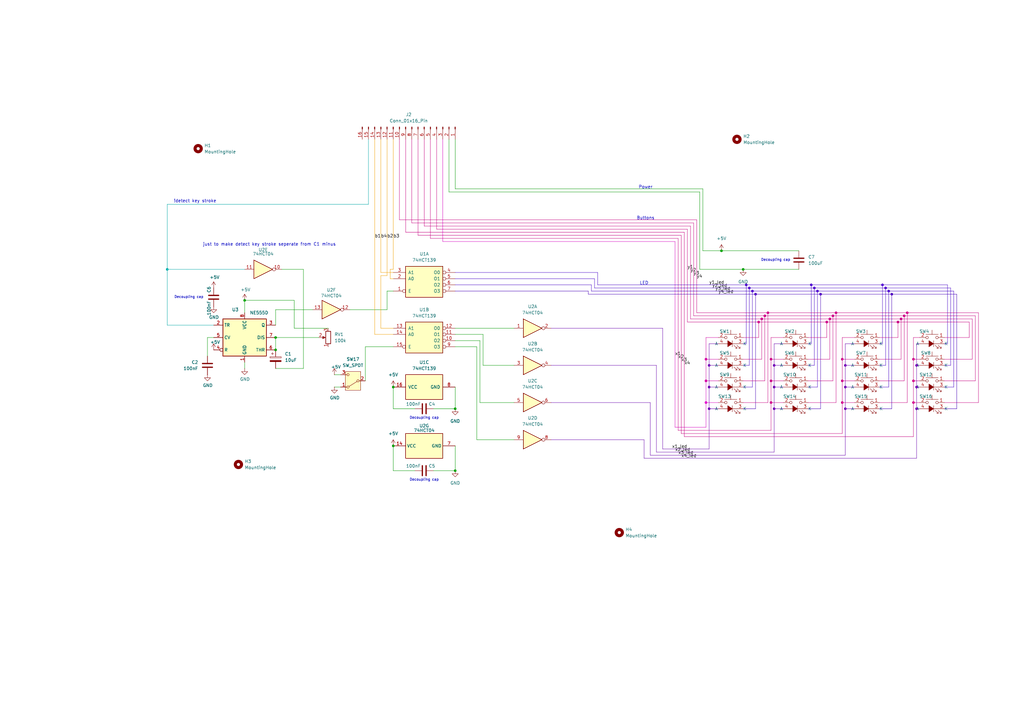
<source format=kicad_sch>
(kicad_sch (version 20250114) (generator "eeschema") (generator_version "9.0")
  (paper "A3")
  (lib_symbols
    (symbol "74xx:74HCT04"
      (property "Reference" "U" (at 0 1.27 0))
      (property "Value" "74HCT04" (at 0 -1.27 0))
      (symbol "74HCT04_1_0"
        (pin input line (at -7.62 0 0) (length 3.81) (name "~") (number "1"))
        (pin output inverted (at 7.62 0 180) (length 3.81) (name "~") (number "2"))
      )
      (symbol "74HCT04_2_0"
        (pin input line (at -7.62 0 0) (length 3.81) (name "~") (number "3"))
        (pin output inverted (at 7.62 0 180) (length 3.81) (name "~") (number "4"))
      )
      (symbol "74HCT04_3_0"
        (pin input line (at -7.62 0 0) (length 3.81) (name "~") (number "5"))
        (pin output inverted (at 7.62 0 180) (length 3.81) (name "~") (number "6"))
      )
      (symbol "74HCT04_4_0"
        (pin input line (at -7.62 0 0) (length 3.81) (name "~") (number "9"))
        (pin output inverted (at 7.62 0 180) (length 3.81) (name "~") (number "8"))
      )
      (symbol "74HCT04_5_0"
        (pin input line (at -7.62 0 0) (length 3.81) (name "~") (number "11"))
        (pin output inverted (at 7.62 0 180) (length 3.81) (name "~") (number "10"))
      )
      (symbol "74HCT04_6_0"
        (pin input line (at -7.62 0 0) (length 3.81) (name "~") (number "13"))
        (pin output inverted (at 7.62 0 180) (length 3.81) (name "~") (number "12"))
      )
      (symbol "74HCT04_7_0"
        (pin power_in line (at 0 12.7 270) (length 5.08) (name "VCC") (number "14"))
        (pin power_in line (at 0 -12.7 90) (length 5.08) (name "GND") (number "7"))
      )
    )
    (symbol "74xx:74LS04"
      (property "Reference" "U" (at 0 1.27 0))
      (property "Value" "74LS04" (at 0 -1.27 0))
      (symbol "74LS04_1_0"
        (pin input line (at -7.62 0 0) (length 3.81) (name "~") (number "1"))
        (pin output inverted (at 7.62 0 180) (length 3.81) (name "~") (number "2"))
      )
      (symbol "74LS04_2_0"
        (pin input line (at -7.62 0 0) (length 3.81) (name "~") (number "3"))
        (pin output inverted (at 7.62 0 180) (length 3.81) (name "~") (number "4"))
      )
      (symbol "74LS04_3_0"
        (pin input line (at -7.62 0 0) (length 3.81) (name "~") (number "5"))
        (pin output inverted (at 7.62 0 180) (length 3.81) (name "~") (number "6"))
      )
      (symbol "74LS04_4_0"
        (pin input line (at -7.62 0 0) (length 3.81) (name "~") (number "9"))
        (pin output inverted (at 7.62 0 180) (length 3.81) (name "~") (number "8"))
      )
      (symbol "74LS04_5_0"
        (pin input line (at -7.62 0 0) (length 3.81) (name "~") (number "11"))
        (pin output inverted (at 7.62 0 180) (length 3.81) (name "~") (number "10"))
      )
      (symbol "74LS04_6_0"
        (pin input line (at -7.62 0 0) (length 3.81) (name "~") (number "13"))
        (pin output inverted (at 7.62 0 180) (length 3.81) (name "~") (number "12"))
      )
      (symbol "74LS04_7_0"
        (pin power_in line (at 0 12.7 270) (length 5.08) (name "VCC") (number "14"))
        (pin power_in line (at 0 -12.7 90) (length 5.08) (name "GND") (number "7"))
      )
    )
    (symbol "74xx:74LS139" (pin_names (offset 1.016))
      (property "Reference" "U" (at -7.62 8.89 0))
      (property "Value" "74LS139" (at -7.62 -8.89 0))
      (symbol "74LS139_1_0"
        (pin input line (at -12.7 2.54 0) (length 5.08) (name "A1") (number "3"))
        (pin input line (at -12.7 0 0) (length 5.08) (name "A0") (number "2"))
        (pin input inverted (at -12.7 -5.08 0) (length 5.08) (name "E") (number "1"))
        (pin output inverted (at 12.7 2.54 180) (length 5.08) (name "O0") (number "4"))
        (pin output inverted (at 12.7 0 180) (length 5.08) (name "O1") (number "5"))
        (pin output inverted (at 12.7 -2.54 180) (length 5.08) (name "O2") (number "6"))
        (pin output inverted (at 12.7 -5.08 180) (length 5.08) (name "O3") (number "7"))
      )
      (symbol "74LS139_2_0"
        (pin input line (at -12.7 2.54 0) (length 5.08) (name "A1") (number "13"))
        (pin input line (at -12.7 0 0) (length 5.08) (name "A0") (number "14"))
        (pin input inverted (at -12.7 -5.08 0) (length 5.08) (name "E") (number "15"))
        (pin output inverted (at 12.7 2.54 180) (length 5.08) (name "O0") (number "12"))
        (pin output inverted (at 12.7 0 180) (length 5.08) (name "O1") (number "11"))
        (pin output inverted (at 12.7 -2.54 180) (length 5.08) (name "O2") (number "10"))
        (pin output inverted (at 12.7 -5.08 180) (length 5.08) (name "O3") (number "9"))
      )
      (symbol "74LS139_3_0"
        (pin power_in line (at 0 12.7 270) (length 5.08) (name "VCC") (number "16"))
        (pin power_in line (at 0 -12.7 90) (length 5.08) (name "GND") (number "8"))
      )
    )
    (symbol "CherryMX:CherryMX_LED" (pin_names (offset -3.9878))
      (property "Reference" "U" (at 2.54 4.445 0))
      (property "Value" "CherryMX_LED" (at 0 -4.445 0))
      (symbol "CherryMX_LED_1_1"
        (pin passive line (at -5.08 1.27 0) (length 2.54) (name "~") (number "1"))
        (pin passive line (at -5.08 -1.27 0) (length 2.54) (name "K") (number "3"))
        (pin passive line (at 5.08 1.27 180) (length 2.54) (name "~") (number "2"))
        (pin passive line (at 5.08 -1.27 180) (length 2.54) (name "A") (number "4"))
      )
    )
    (symbol "Connector:Conn_01x16_Pin" (pin_names (offset 1.016) (hide yes))
      (property "Reference" "J" (at 0 20.32 0))
      (property "Value" "Conn_01x16_Pin" (at 0 -22.86 0))
      (symbol "Conn_01x16_Pin_1_1"
        (pin passive line (at 5.08 17.78 180) (length 3.81) (name "Pin_1") (number "1"))
        (pin passive line (at 5.08 15.24 180) (length 3.81) (name "Pin_2") (number "2"))
        (pin passive line (at 5.08 12.7 180) (length 3.81) (name "Pin_3") (number "3"))
        (pin passive line (at 5.08 10.16 180) (length 3.81) (name "Pin_4") (number "4"))
        (pin passive line (at 5.08 7.62 180) (length 3.81) (name "Pin_5") (number "5"))
        (pin passive line (at 5.08 5.08 180) (length 3.81) (name "Pin_6") (number "6"))
        (pin passive line (at 5.08 2.54 180) (length 3.81) (name "Pin_7") (number "7"))
        (pin passive line (at 5.08 0 180) (length 3.81) (name "Pin_8") (number "8"))
        (pin passive line (at 5.08 -2.54 180) (length 3.81) (name "Pin_9") (number "9"))
        (pin passive line (at 5.08 -5.08 180) (length 3.81) (name "Pin_10") (number "10"))
        (pin passive line (at 5.08 -7.62 180) (length 3.81) (name "Pin_11") (number "11"))
        (pin passive line (at 5.08 -10.16 180) (length 3.81) (name "Pin_12") (number "12"))
        (pin passive line (at 5.08 -12.7 180) (length 3.81) (name "Pin_13") (number "13"))
        (pin passive line (at 5.08 -15.24 180) (length 3.81) (name "Pin_14") (number "14"))
        (pin passive line (at 5.08 -17.78 180) (length 3.81) (name "Pin_15") (number "15"))
        (pin passive line (at 5.08 -20.32 180) (length 3.81) (name "Pin_16") (number "16"))
      )
    )
    (symbol "Device:C" (pin_numbers (hide yes)) (pin_names (offset 0.254))
      (property "Reference" "C" (at 0.635 2.54 0))
      (property "Value" "C" (at 0.635 -2.54 0))
      (symbol "C_1_1"
        (pin passive line (at 0 3.81 270) (length 2.794) (name "~") (number "1"))
        (pin passive line (at 0 -3.81 90) (length 2.794) (name "~") (number "2"))
      )
    )
    (symbol "Device:CP" (pin_numbers (hide yes)) (pin_names (offset 0.254))
      (property "Reference" "C" (at 0.635 2.54 0))
      (property "Value" "Device_CP" (at 0.635 -2.54 0))
      (symbol "CP_1_1"
        (pin passive line (at 0 3.81 270) (length 2.794) (name "~") (number "1"))
        (pin passive line (at 0 -3.81 90) (length 2.794) (name "~") (number "2"))
      )
    )
    (symbol "Device:R_Potentiometer" (pin_names (offset 1.016) (hide yes))
      (property "Reference" "RV" (at -4.445 0 90))
      (property "Value" "R_Potentiometer" (at -2.54 0 90))
      (symbol "R_Potentiometer_1_1"
        (pin passive line (at 0 3.81 270) (length 1.27) (name "1") (number "1"))
        (pin passive line (at 0 -3.81 90) (length 1.27) (name "3") (number "3"))
        (pin passive line (at 3.81 0 180) (length 1.27) (name "2") (number "2"))
      )
    )
    (symbol "Mechanical:MountingHole" (pin_names (offset 1.016)) (exclude_from_sim yes) (in_bom no)
      (property "Reference" "H" (at 0 5.08 0))
      (property "Value" "MountingHole" (at 0 3.175 0))
    )
    (symbol "Switch:SW_SPDT" (pin_names (offset 0) (hide yes))
      (property "Reference" "SW" (at 0 5.08 0))
      (property "Value" "SW_SPDT" (at 0 -5.08 0))
      (symbol "SW_SPDT_1_1"
        (pin passive line (at -5.08 0 0) (length 2.54) (name "B") (number "2"))
        (pin passive line (at 5.08 2.54 180) (length 2.54) (name "A") (number "1"))
        (pin passive line (at 5.08 -2.54 180) (length 2.54) (name "C") (number "3"))
      )
    )
    (symbol "Timer:NE555D"
      (property "Reference" "U" (at -10.16 8.89 0))
      (property "Value" "NE555D" (at 2.54 8.89 0))
      (symbol "NE555D_0_0"
        (pin power_in line (at 0 10.16 270) (length 2.54) (name "VCC") (number "8"))
        (pin power_in line (at 0 -10.16 90) (length 2.54) (name "GND") (number "1"))
      )
      (symbol "NE555D_1_1"
        (pin input line (at -12.7 5.08 0) (length 3.81) (name "TR") (number "2"))
        (pin input line (at -12.7 0 0) (length 3.81) (name "CV") (number "5"))
        (pin input inverted (at -12.7 -5.08 0) (length 3.81) (name "R") (number "4"))
        (pin output line (at 12.7 5.08 180) (length 3.81) (name "Q") (number "3"))
        (pin input line (at 12.7 0 180) (length 3.81) (name "DIS") (number "7"))
        (pin input line (at 12.7 -5.08 180) (length 3.81) (name "THR") (number "6"))
      )
    )
    (symbol "power:+5V" (power) (pin_numbers (hide yes)) (pin_names (offset 0) (hide yes))
      (property "Value" "+5V" (at 0 3.556 0))
      (symbol "+5V_1_1"
        (pin power_in line (at 0 0 90) (length 0) (name "~") (number "1"))
      )
    )
    (symbol "power:GND" (power) (pin_numbers (hide yes)) (pin_names (offset 0) (hide yes))
      (property "Value" "GND" (at 0 -3.81 0))
      (symbol "GND_1_1"
        (pin power_in line (at 0 0 270) (length 0) (name "~") (number "1"))
      )
    )
  )
  (text "Decoupling cap" (at 173.99 196.85 0) (effects (font (size 1.016 1.016))))
  (text "Decoupling cap" (at 77.47 121.92 0) (effects (font (size 1.016 1.016))))
  (text "Decoupling cap" (at 318.135 106.68 0) (effects (font (size 1.016 1.016))))
  (text "Power" (at 264.795 76.835 0) (effects (font (size 1.27 1.27))))
  (text "Buttons\n" (at 264.795 89.535 0) (effects (font (size 1.27 1.27))))
  (text "Decoupling cap" (at 173.99 171.45 0) (effects (font (size 1.016 1.016))))
  (text "just to make detect key stroke seperate from C1 minus" (at 110.49 100.33 0) (effects (font (size 1.27 1.27))))
  (text "!detect key stroke\n" (at 80.01 82.55 0) (effects (font (size 1.27 1.27))))
  (text "LED" (at 264.16 116.205 0) (effects (font (size 1.27 1.27))))
  (junction (at 317.5 149.86) (color 102 0 171 1))
  (junction (at 369.57 130.81) (color 197 0 127 1))
  (junction (at 332.74 116.84) (color 67 0 197 1))
  (junction (at 363.22 118.11) (color 67 0 197 1))
  (junction (at 340.36 130.81) (color 197 0 127 1))
  (junction (at 290.83 167.64) (color 102 0 171 1))
  (junction (at 316.23 156.21) (color 197 0 127 1))
  (junction (at 100.33 123.19))
  (junction (at 335.28 119.38) (color 67 0 197 1))
  (junction (at 161.29 182.88))
  (junction (at 186.69 167.64))
  (junction (at 342.9 128.27) (color 197 0 127 1))
  (junction (at 339.09 132.08) (color 197 0 127 1))
  (junction (at 312.42 130.81) (color 197 0 127 1))
  (junction (at 336.55 120.65) (color 68 0 182 1))
  (junction (at 314.96 128.27) (color 197 0 127 1))
  (junction (at 161.29 158.75))
  (junction (at 375.92 149.86) (color 102 0 171 1))
  (junction (at 289.56 165.1) (color 212 0 191 1))
  (junction (at 313.69 129.54) (color 197 0 127 1))
  (junction (at 375.92 167.64) (color 102 0 171 1))
  (junction (at 372.11 128.27) (color 197 0 127 1))
  (junction (at 364.49 119.38) (color 67 0 197 1))
  (junction (at 345.44 147.32) (color 197 0 127 1))
  (junction (at 304.8 110.49))
  (junction (at 365.76 120.65) (color 68 0 182 1))
  (junction (at 346.71 167.64) (color 102 0 171 1))
  (junction (at 374.65 156.21) (color 197 0 127 1))
  (junction (at 289.56 156.21) (color 205 0 159 1))
  (junction (at 113.03 138.43))
  (junction (at 316.23 165.1) (color 197 0 127 1))
  (junction (at 290.83 158.75) (color 102 0 171 1))
  (junction (at 368.3 132.08) (color 197 0 127 1))
  (junction (at 346.71 149.86) (color 102 0 171 1))
  (junction (at 311.15 132.08) (color 197 0 127 1))
  (junction (at 317.5 167.64) (color 102 0 171 1))
  (junction (at 295.91 102.87))
  (junction (at 186.69 193.04))
  (junction (at 316.23 147.32) (color 197 0 127 1))
  (junction (at 345.44 156.21) (color 197 0 127 1))
  (junction (at 334.01 118.11) (color 67 0 197 1))
  (junction (at 306.07 116.84) (color 67 0 197 1))
  (junction (at 346.71 158.75) (color 102 0 171 1))
  (junction (at 374.65 147.32) (color 197 0 127 1))
  (junction (at 113.03 143.51))
  (junction (at 370.84 129.54) (color 197 0 127 1))
  (junction (at 317.5 158.75) (color 102 0 171 1))
  (junction (at 374.65 165.1) (color 197 0 127 1))
  (junction (at 290.83 149.86) (color 102 0 171 1))
  (junction (at 345.44 165.1) (color 197 0 127 1))
  (junction (at 361.95 116.84) (color 67 0 197 1))
  (junction (at 375.92 158.75) (color 102 0 171 1))
  (junction (at 289.56 147.32) (color 205 0 159 1))
  (junction (at 307.34 118.11) (color 67 0 197 1))
  (junction (at 68.58 110.49) (color 0 166 165 1))
  (junction (at 309.88 120.65) (color 68 0 182 1))
  (junction (at 341.63 129.54) (color 197 0 127 1))
  (junction (at 308.61 119.38) (color 67 0 197 1))
  (wire (pts (xy 124.46 110.49) (xy 124.46 151.13)))
  (wire (pts (xy 186.69 77.47) (xy 186.69 57.15)))
  (wire (pts (xy 186.69 134.62) (xy 210.82 134.62)))
  (wire (pts (xy 290.83 149.86) (xy 294.64 149.86)) (stroke (width 0) (color 102 0 171 1)))
  (wire (pts (xy 294.64 140.97) (xy 290.83 140.97)) (stroke (width 0) (color 102 0 171 1)))
  (wire (pts (xy 195.58 142.24) (xy 195.58 180.34)))
  (wire (pts (xy 290.83 149.86) (xy 290.83 158.75)) (stroke (width 0) (color 102 0 171 1)))
  (wire (pts (xy 68.58 83.82) (xy 68.58 110.49)) (stroke (width 0) (color 0 166 165 1)))
  (wire (pts (xy 283.21 92.71) (xy 283.21 130.81)) (stroke (width 0) (color 197 0 127 1)))
  (wire (pts (xy 388.62 116.84) (xy 388.62 140.97)) (stroke (width 0) (color 67 0 197 1)))
  (wire (pts (xy 177.8 193.04) (xy 186.69 193.04)))
  (wire (pts (xy 375.92 140.97) (xy 375.92 149.86)) (stroke (width 0) (color 102 0 171 1)))
  (wire (pts (xy 158.75 119.38) (xy 158.75 127)))
  (wire (pts (xy 336.55 120.65) (xy 365.76 120.65)) (stroke (width 0) (color 68 0 182 1)))
  (wire (pts (xy 181.61 99.06) (xy 181.61 57.15)) (stroke (width 0) (color 212 0 191 1)))
  (wire (pts (xy 321.31 138.43) (xy 316.23 138.43)) (stroke (width 0) (color 197 0 127 1)))
  (wire (pts (xy 113.03 138.43) (xy 113.03 143.51)))
  (wire (pts (xy 360.68 149.86) (xy 363.22 149.86)) (stroke (width 0) (color 67 0 197 1)))
  (wire (pts (xy 288.29 77.47) (xy 288.29 102.87)))
  (wire (pts (xy 226.06 134.62) (xy 271.78 134.62)) (stroke (width 0) (color 102 0 171 1)))
  (wire (pts (xy 377.19 140.97) (xy 375.92 140.97)) (stroke (width 0) (color 102 0 171 1)))
  (wire (pts (xy 314.96 128.27) (xy 285.75 128.27)) (stroke (width 0) (color 197 0 127 1)))
  (wire (pts (xy 241.3 120.65) (xy 309.88 120.65)) (stroke (width 0) (color 68 0 182 1)))
  (wire (pts (xy 311.15 138.43) (xy 304.8 138.43)) (stroke (width 0) (color 197 0 127 1)))
  (wire (pts (xy 284.48 91.44) (xy 284.48 129.54)) (stroke (width 0) (color 197 0 127 1)))
  (wire (pts (xy 345.44 165.1) (xy 345.44 177.8)) (stroke (width 0) (color 197 0 127 1)))
  (wire (pts (xy 68.58 133.35) (xy 68.58 110.49)) (stroke (width 0) (color 0 166 165 1)))
  (wire (pts (xy 153.67 57.15) (xy 153.67 137.16)) (stroke (width 0) (color 239 160 3 1)))
  (wire (pts (xy 316.23 147.32) (xy 316.23 156.21)) (stroke (width 0) (color 197 0 127 1)))
  (wire (pts (xy 331.47 156.21) (xy 341.63 156.21)) (stroke (width 0) (color 197 0 127 1)))
  (wire (pts (xy 309.88 120.65) (xy 309.88 167.64)) (stroke (width 0) (color 68 0 182 1)))
  (wire (pts (xy 316.23 147.32) (xy 321.31 147.32)) (stroke (width 0) (color 197 0 127 1)))
  (wire (pts (xy 331.47 167.64) (xy 336.55 167.64)) (stroke (width 0) (color 68 0 182 1)))
  (wire (pts (xy 304.8 149.86) (xy 307.34 149.86)) (stroke (width 0) (color 67 0 197 1)))
  (wire (pts (xy 304.8 158.75) (xy 308.61 158.75)) (stroke (width 0) (color 67 0 197 1)))
  (wire (pts (xy 242.57 116.84) (xy 242.57 119.38)) (stroke (width 0) (color 67 0 197 1)))
  (wire (pts (xy 370.84 129.54) (xy 370.84 156.21)) (stroke (width 0) (color 197 0 127 1)))
  (wire (pts (xy 161.29 134.62) (xy 156.21 134.62)) (stroke (width 0) (color 239 160 3 1)))
  (wire (pts (xy 316.23 138.43) (xy 316.23 147.32)) (stroke (width 0) (color 197 0 127 1)))
  (wire (pts (xy 290.83 158.75) (xy 290.83 167.64)) (stroke (width 0) (color 102 0 171 1)))
  (wire (pts (xy 160.02 110.49) (xy 161.29 110.49)) (stroke (width 0) (color 239 160 3 1)))
  (wire (pts (xy 401.32 165.1) (xy 387.35 165.1)) (stroke (width 0) (color 197 0 127 1)))
  (wire (pts (xy 279.4 96.52) (xy 171.45 96.52)) (stroke (width 0) (color 197 0 127 1)))
  (wire (pts (xy 368.3 132.08) (xy 368.3 138.43)) (stroke (width 0) (color 197 0 127 1)))
  (wire (pts (xy 387.35 158.75) (xy 391.16 158.75)) (stroke (width 0) (color 67 0 197 1)))
  (wire (pts (xy 314.96 165.1) (xy 314.96 128.27)) (stroke (width 0) (color 197 0 127 1)))
  (wire (pts (xy 151.13 83.82) (xy 151.13 57.15)) (stroke (width 0) (color 0 166 165 1)))
  (wire (pts (xy 374.65 147.32) (xy 377.19 147.32)) (stroke (width 0) (color 197 0 127 1)))
  (wire (pts (xy 171.45 96.52) (xy 171.45 57.15)) (stroke (width 0) (color 197 0 127 1)))
  (wire (pts (xy 281.94 93.98) (xy 281.94 132.08)) (stroke (width 0) (color 197 0 127 1)))
  (wire (pts (xy 156.21 134.62) (xy 156.21 113.03)) (stroke (width 0) (color 239 160 3 1)))
  (wire (pts (xy 287.02 78.74) (xy 184.15 78.74)))
  (wire (pts (xy 186.69 116.84) (xy 242.57 116.84)) (stroke (width 0) (color 67 0 197 1)))
  (wire (pts (xy 334.01 118.11) (xy 363.22 118.11)) (stroke (width 0) (color 67 0 197 1)))
  (wire (pts (xy 341.63 129.54) (xy 341.63 156.21)) (stroke (width 0) (color 197 0 127 1)))
  (wire (pts (xy 369.57 130.81) (xy 369.57 147.32)) (stroke (width 0) (color 197 0 127 1)))
  (wire (pts (xy 316.23 165.1) (xy 321.31 165.1)) (stroke (width 0) (color 197 0 127 1)))
  (wire (pts (xy 195.58 180.34) (xy 210.82 180.34)))
  (wire (pts (xy 346.71 140.97) (xy 346.71 149.86)) (stroke (width 0) (color 102 0 171 1)))
  (wire (pts (xy 306.07 116.84) (xy 332.74 116.84)) (stroke (width 0) (color 67 0 197 1)))
  (wire (pts (xy 283.21 92.71) (xy 173.99 92.71)) (stroke (width 0) (color 197 0 127 1)))
  (wire (pts (xy 377.19 138.43) (xy 374.65 138.43)) (stroke (width 0) (color 197 0 127 1)))
  (wire (pts (xy 311.15 138.43) (xy 311.15 132.08)) (stroke (width 0) (color 197 0 127 1)))
  (wire (pts (xy 317.5 158.75) (xy 321.31 158.75)) (stroke (width 0) (color 102 0 171 1)))
  (wire (pts (xy 346.71 158.75) (xy 350.52 158.75)) (stroke (width 0) (color 102 0 171 1)))
  (wire (pts (xy 278.13 97.79) (xy 176.53 97.79)) (stroke (width 0) (color 197 0 127 1)))
  (wire (pts (xy 113.03 138.43) (xy 130.81 138.43)))
  (wire (pts (xy 375.92 149.86) (xy 377.19 149.86)) (stroke (width 0) (color 102 0 171 1)))
  (wire (pts (xy 170.18 167.64) (xy 161.29 167.64)))
  (wire (pts (xy 346.71 167.64) (xy 350.52 167.64)) (stroke (width 0) (color 102 0 171 1)))
  (wire (pts (xy 177.8 167.64) (xy 186.69 167.64)))
  (wire (pts (xy 289.56 165.1) (xy 294.64 165.1)) (stroke (width 0) (color 212 0 191 1)))
  (wire (pts (xy 331.47 158.75) (xy 335.28 158.75)) (stroke (width 0) (color 67 0 197 1)))
  (wire (pts (xy 332.74 116.84) (xy 361.95 116.84)) (stroke (width 0) (color 67 0 197 1)))
  (wire (pts (xy 363.22 118.11) (xy 389.89 118.11)) (stroke (width 0) (color 67 0 197 1)))
  (wire (pts (xy 317.5 149.86) (xy 321.31 149.86)) (stroke (width 0) (color 102 0 171 1)))
  (wire (pts (xy 266.7 165.1) (xy 226.06 165.1)) (stroke (width 0) (color 102 0 171 1)))
  (wire (pts (xy 137.16 153.67) (xy 139.7 153.67)))
  (wire (pts (xy 350.52 140.97) (xy 346.71 140.97)) (stroke (width 0) (color 102 0 171 1)))
  (wire (pts (xy 68.58 133.35) (xy 87.63 133.35)) (stroke (width 0) (color 0 166 165 1)))
  (wire (pts (xy 306.07 116.84) (xy 306.07 140.97)) (stroke (width 0) (color 67 0 197 1)))
  (wire (pts (xy 143.51 127) (xy 158.75 127)))
  (wire (pts (xy 345.44 138.43) (xy 345.44 147.32)) (stroke (width 0) (color 197 0 127 1)))
  (wire (pts (xy 372.11 128.27) (xy 372.11 165.1)) (stroke (width 0) (color 197 0 127 1)))
  (wire (pts (xy 295.91 102.87) (xy 327.66 102.87)))
  (wire (pts (xy 289.56 147.32) (xy 289.56 156.21)) (stroke (width 0) (color 205 0 159 1)))
  (wire (pts (xy 137.16 158.75) (xy 139.7 158.75)))
  (wire (pts (xy 368.3 132.08) (xy 397.51 132.08)) (stroke (width 0) (color 197 0 127 1)))
  (wire (pts (xy 161.29 57.15) (xy 161.29 110.49)) (stroke (width 0) (color 239 160 3 1)))
  (wire (pts (xy 120.65 123.19) (xy 120.65 134.62)))
  (wire (pts (xy 289.56 175.26) (xy 276.86 175.26)) (stroke (width 0) (color 212 0 191 1)))
  (wire (pts (xy 100.33 151.13) (xy 100.33 148.59)))
  (wire (pts (xy 370.84 129.54) (xy 400.05 129.54)) (stroke (width 0) (color 197 0 127 1)))
  (wire (pts (xy 312.42 130.81) (xy 283.21 130.81)) (stroke (width 0) (color 197 0 127 1)))
  (wire (pts (xy 372.11 165.1) (xy 360.68 165.1)) (stroke (width 0) (color 197 0 127 1)))
  (wire (pts (xy 312.42 130.81) (xy 340.36 130.81)) (stroke (width 0) (color 197 0 127 1)))
  (wire (pts (xy 196.85 165.1) (xy 210.82 165.1)))
  (wire (pts (xy 346.71 149.86) (xy 346.71 158.75)) (stroke (width 0) (color 102 0 171 1)))
  (wire (pts (xy 316.23 156.21) (xy 321.31 156.21)) (stroke (width 0) (color 197 0 127 1)))
  (wire (pts (xy 304.8 167.64) (xy 309.88 167.64)) (stroke (width 0) (color 68 0 182 1)))
  (wire (pts (xy 161.29 137.16) (xy 153.67 137.16)) (stroke (width 0) (color 239 160 3 1)))
  (wire (pts (xy 388.62 140.97) (xy 387.35 140.97)) (stroke (width 0) (color 67 0 197 1)))
  (wire (pts (xy 364.49 119.38) (xy 391.16 119.38)) (stroke (width 0) (color 67 0 197 1)))
  (wire (pts (xy 198.12 149.86) (xy 210.82 149.86)))
  (wire (pts (xy 124.46 151.13) (xy 113.03 151.13)))
  (wire (pts (xy 317.5 149.86) (xy 317.5 158.75)) (stroke (width 0) (color 102 0 171 1)))
  (wire (pts (xy 375.92 158.75) (xy 375.92 167.64)) (stroke (width 0) (color 102 0 171 1)))
  (wire (pts (xy 280.67 95.25) (xy 280.67 179.07)) (stroke (width 0) (color 197 0 127 1)))
  (wire (pts (xy 281.94 93.98) (xy 179.07 93.98)) (stroke (width 0) (color 197 0 127 1)))
  (wire (pts (xy 317.5 158.75) (xy 317.5 167.64)) (stroke (width 0) (color 102 0 171 1)))
  (wire (pts (xy 163.83 90.17) (xy 163.83 57.15)) (stroke (width 0) (color 197 0 127 1)))
  (wire (pts (xy 321.31 140.97) (xy 317.5 140.97)) (stroke (width 0) (color 102 0 171 1)))
  (wire (pts (xy 186.69 142.24) (xy 195.58 142.24)))
  (wire (pts (xy 374.65 138.43) (xy 374.65 147.32)) (stroke (width 0) (color 197 0 127 1)))
  (wire (pts (xy 313.69 129.54) (xy 284.48 129.54)) (stroke (width 0) (color 197 0 127 1)))
  (wire (pts (xy 340.36 130.81) (xy 369.57 130.81)) (stroke (width 0) (color 197 0 127 1)))
  (wire (pts (xy 120.65 123.19) (xy 100.33 123.19)))
  (wire (pts (xy 346.71 158.75) (xy 346.71 167.64)) (stroke (width 0) (color 102 0 171 1)))
  (wire (pts (xy 288.29 102.87) (xy 295.91 102.87)))
  (wire (pts (xy 308.61 119.38) (xy 308.61 158.75)) (stroke (width 0) (color 67 0 197 1)))
  (wire (pts (xy 241.3 119.38) (xy 241.3 120.65)) (stroke (width 0) (color 68 0 182 1)))
  (wire (pts (xy 304.8 165.1) (xy 314.96 165.1)) (stroke (width 0) (color 197 0 127 1)))
  (wire (pts (xy 360.68 158.75) (xy 364.49 158.75)) (stroke (width 0) (color 67 0 197 1)))
  (wire (pts (xy 365.76 120.65) (xy 392.43 120.65)) (stroke (width 0) (color 68 0 182 1)))
  (wire (pts (xy 113.03 127) (xy 128.27 127)))
  (wire (pts (xy 360.68 156.21) (xy 370.84 156.21)) (stroke (width 0) (color 197 0 127 1)))
  (wire (pts (xy 339.09 132.08) (xy 368.3 132.08)) (stroke (width 0) (color 197 0 127 1)))
  (wire (pts (xy 280.67 179.07) (xy 374.65 179.07)) (stroke (width 0) (color 197 0 127 1)))
  (wire (pts (xy 269.24 185.42) (xy 317.5 185.42)) (stroke (width 0) (color 102 0 171 1)))
  (wire (pts (xy 307.34 118.11) (xy 307.34 149.86)) (stroke (width 0) (color 67 0 197 1)))
  (wire (pts (xy 158.75 57.15) (xy 158.75 113.03)) (stroke (width 0) (color 239 160 3 1)))
  (wire (pts (xy 331.47 147.32) (xy 340.36 147.32)) (stroke (width 0) (color 197 0 127 1)))
  (wire (pts (xy 304.8 140.97) (xy 306.07 140.97)) (stroke (width 0) (color 67 0 197 1)))
  (wire (pts (xy 332.74 116.84) (xy 332.74 140.97)) (stroke (width 0) (color 67 0 197 1)))
  (wire (pts (xy 243.84 118.11) (xy 307.34 118.11)) (stroke (width 0) (color 67 0 197 1)))
  (wire (pts (xy 364.49 119.38) (xy 364.49 158.75)) (stroke (width 0) (color 67 0 197 1)))
  (wire (pts (xy 360.68 140.97) (xy 361.95 140.97)) (stroke (width 0) (color 67 0 197 1)))
  (wire (pts (xy 304.8 156.21) (xy 313.69 156.21)) (stroke (width 0) (color 197 0 127 1)))
  (wire (pts (xy 398.78 147.32) (xy 387.35 147.32)) (stroke (width 0) (color 197 0 127 1)))
  (wire (pts (xy 281.94 132.08) (xy 311.15 132.08)) (stroke (width 0) (color 197 0 127 1)))
  (wire (pts (xy 375.92 167.64) (xy 375.92 187.96)) (stroke (width 0) (color 102 0 171 1)))
  (wire (pts (xy 266.7 186.69) (xy 266.7 165.1)) (stroke (width 0) (color 102 0 171 1)))
  (wire (pts (xy 391.16 158.75) (xy 391.16 119.38)) (stroke (width 0) (color 67 0 197 1)))
  (wire (pts (xy 279.4 177.8) (xy 345.44 177.8)) (stroke (width 0) (color 197 0 127 1)))
  (wire (pts (xy 312.42 147.32) (xy 312.42 130.81)) (stroke (width 0) (color 197 0 127 1)))
  (wire (pts (xy 361.95 116.84) (xy 361.95 140.97)) (stroke (width 0) (color 67 0 197 1)))
  (wire (pts (xy 400.05 129.54) (xy 400.05 156.21)) (stroke (width 0) (color 197 0 127 1)))
  (wire (pts (xy 346.71 167.64) (xy 346.71 186.69)) (stroke (width 0) (color 102 0 171 1)))
  (wire (pts (xy 186.69 158.75) (xy 186.69 167.64)))
  (wire (pts (xy 313.69 156.21) (xy 313.69 129.54)) (stroke (width 0) (color 197 0 127 1)))
  (wire (pts (xy 304.8 147.32) (xy 312.42 147.32)) (stroke (width 0) (color 197 0 127 1)))
  (wire (pts (xy 68.58 110.49) (xy 100.33 110.49)) (stroke (width 0) (color 0 166 165 1)))
  (wire (pts (xy 316.23 156.21) (xy 316.23 165.1)) (stroke (width 0) (color 197 0 127 1)))
  (wire (pts (xy 334.01 118.11) (xy 334.01 149.86)) (stroke (width 0) (color 67 0 197 1)))
  (wire (pts (xy 374.65 165.1) (xy 377.19 165.1)) (stroke (width 0) (color 197 0 127 1)))
  (wire (pts (xy 389.89 118.11) (xy 389.89 149.86)) (stroke (width 0) (color 67 0 197 1)))
  (wire (pts (xy 186.69 193.04) (xy 186.69 182.88)))
  (wire (pts (xy 156.21 111.76) (xy 161.29 111.76)) (stroke (width 0) (color 239 160 3 1)))
  (wire (pts (xy 331.47 140.97) (xy 332.74 140.97)) (stroke (width 0) (color 67 0 197 1)))
  (wire (pts (xy 311.15 132.08) (xy 339.09 132.08)) (stroke (width 0) (color 197 0 127 1)))
  (wire (pts (xy 369.57 147.32) (xy 360.68 147.32)) (stroke (width 0) (color 197 0 127 1)))
  (wire (pts (xy 314.96 128.27) (xy 342.9 128.27)) (stroke (width 0) (color 197 0 127 1)))
  (wire (pts (xy 363.22 118.11) (xy 363.22 149.86)) (stroke (width 0) (color 67 0 197 1)))
  (wire (pts (xy 226.06 149.86) (xy 269.24 149.86)) (stroke (width 0) (color 102 0 171 1)))
  (wire (pts (xy 289.56 156.21) (xy 294.64 156.21)) (stroke (width 0) (color 205 0 159 1)))
  (wire (pts (xy 392.43 120.65) (xy 392.43 167.64)) (stroke (width 0) (color 68 0 182 1)))
  (wire (pts (xy 289.56 138.43) (xy 289.56 147.32)) (stroke (width 0) (color 205 0 159 1)))
  (wire (pts (xy 226.06 180.34) (xy 264.16 180.34)) (stroke (width 0) (color 102 0 171 1)))
  (wire (pts (xy 176.53 97.79) (xy 176.53 57.15)) (stroke (width 0) (color 197 0 127 1)))
  (wire (pts (xy 161.29 167.64) (xy 161.29 158.75)))
  (wire (pts (xy 289.56 156.21) (xy 289.56 165.1)) (stroke (width 0) (color 212 0 191 1)))
  (wire (pts (xy 271.78 184.15) (xy 290.83 184.15)) (stroke (width 0) (color 102 0 171 1)))
  (wire (pts (xy 308.61 119.38) (xy 335.28 119.38)) (stroke (width 0) (color 67 0 197 1)))
  (wire (pts (xy 271.78 184.15) (xy 271.78 134.62)) (stroke (width 0) (color 102 0 171 1)))
  (wire (pts (xy 294.64 138.43) (xy 289.56 138.43)) (stroke (width 0) (color 205 0 159 1)))
  (wire (pts (xy 369.57 130.81) (xy 398.78 130.81)) (stroke (width 0) (color 197 0 127 1)))
  (wire (pts (xy 342.9 128.27) (xy 372.11 128.27)) (stroke (width 0) (color 197 0 127 1)))
  (wire (pts (xy 309.88 120.65) (xy 336.55 120.65)) (stroke (width 0) (color 68 0 182 1)))
  (wire (pts (xy 186.69 111.76) (xy 245.11 111.76)) (stroke (width 0) (color 67 0 197 1)))
  (wire (pts (xy 120.65 134.62) (xy 134.62 134.62)))
  (wire (pts (xy 242.57 119.38) (xy 308.61 119.38)) (stroke (width 0) (color 67 0 197 1)))
  (wire (pts (xy 245.11 111.76) (xy 245.11 116.84)) (stroke (width 0) (color 67 0 197 1)))
  (wire (pts (xy 316.23 176.53) (xy 278.13 176.53)) (stroke (width 0) (color 197 0 127 1)))
  (wire (pts (xy 166.37 95.25) (xy 166.37 57.15)) (stroke (width 0) (color 197 0 127 1)))
  (wire (pts (xy 335.28 119.38) (xy 364.49 119.38)) (stroke (width 0) (color 67 0 197 1)))
  (wire (pts (xy 345.44 156.21) (xy 345.44 165.1)) (stroke (width 0) (color 197 0 127 1)))
  (wire (pts (xy 340.36 130.81) (xy 340.36 147.32)) (stroke (width 0) (color 197 0 127 1)))
  (wire (pts (xy 307.34 118.11) (xy 334.01 118.11)) (stroke (width 0) (color 67 0 197 1)))
  (wire (pts (xy 317.5 167.64) (xy 321.31 167.64)) (stroke (width 0) (color 102 0 171 1)))
  (wire (pts (xy 289.56 147.32) (xy 294.64 147.32)) (stroke (width 0) (color 205 0 159 1)))
  (wire (pts (xy 196.85 139.7) (xy 196.85 165.1)))
  (wire (pts (xy 374.65 147.32) (xy 374.65 156.21)) (stroke (width 0) (color 197 0 127 1)))
  (wire (pts (xy 264.16 180.34) (xy 264.16 187.96)) (stroke (width 0) (color 102 0 171 1)))
  (wire (pts (xy 186.69 137.16) (xy 198.12 137.16)))
  (wire (pts (xy 168.91 91.44) (xy 168.91 57.15)) (stroke (width 0) (color 197 0 127 1)))
  (wire (pts (xy 161.29 182.88) (xy 161.29 193.04)))
  (wire (pts (xy 160.02 114.3) (xy 160.02 110.49)) (stroke (width 0) (color 239 160 3 1)))
  (wire (pts (xy 85.09 146.05) (xy 85.09 138.43)))
  (wire (pts (xy 387.35 149.86) (xy 389.89 149.86)) (stroke (width 0) (color 67 0 197 1)))
  (wire (pts (xy 280.67 95.25) (xy 166.37 95.25)) (stroke (width 0) (color 197 0 127 1)))
  (wire (pts (xy 186.69 114.3) (xy 243.84 114.3)) (stroke (width 0) (color 67 0 197 1)))
  (wire (pts (xy 398.78 130.81) (xy 398.78 147.32)) (stroke (width 0) (color 197 0 127 1)))
  (wire (pts (xy 173.99 92.71) (xy 173.99 57.15)) (stroke (width 0) (color 197 0 127 1)))
  (wire (pts (xy 339.09 138.43) (xy 331.47 138.43)) (stroke (width 0) (color 197 0 127 1)))
  (wire (pts (xy 346.71 149.86) (xy 350.52 149.86)) (stroke (width 0) (color 102 0 171 1)))
  (wire (pts (xy 115.57 110.49) (xy 124.46 110.49)))
  (wire (pts (xy 336.55 120.65) (xy 336.55 167.64)) (stroke (width 0) (color 68 0 182 1)))
  (wire (pts (xy 361.95 116.84) (xy 388.62 116.84)) (stroke (width 0) (color 67 0 197 1)))
  (wire (pts (xy 186.69 119.38) (xy 241.3 119.38)) (stroke (width 0) (color 68 0 182 1)))
  (wire (pts (xy 161.29 114.3) (xy 160.02 114.3)) (stroke (width 0) (color 239 160 3 1)))
  (wire (pts (xy 375.92 167.64) (xy 377.19 167.64)) (stroke (width 0) (color 102 0 171 1)))
  (wire (pts (xy 374.65 156.21) (xy 374.65 165.1)) (stroke (width 0) (color 197 0 127 1)))
  (wire (pts (xy 365.76 167.64) (xy 360.68 167.64)) (stroke (width 0) (color 68 0 182 1)))
  (wire (pts (xy 331.47 165.1) (xy 342.9 165.1)) (stroke (width 0) (color 197 0 127 1)))
  (wire (pts (xy 276.86 99.06) (xy 181.61 99.06)) (stroke (width 0) (color 212 0 191 1)))
  (wire (pts (xy 289.56 165.1) (xy 289.56 175.26)) (stroke (width 0) (color 212 0 191 1)))
  (wire (pts (xy 278.13 97.79) (xy 278.13 176.53)) (stroke (width 0) (color 197 0 127 1)))
  (wire (pts (xy 269.24 149.86) (xy 269.24 185.42)) (stroke (width 0) (color 102 0 171 1)))
  (wire (pts (xy 279.4 96.52) (xy 279.4 177.8)) (stroke (width 0) (color 197 0 127 1)))
  (wire (pts (xy 368.3 138.43) (xy 360.68 138.43)) (stroke (width 0) (color 197 0 127 1)))
  (wire (pts (xy 243.84 114.3) (xy 243.84 118.11)) (stroke (width 0) (color 67 0 197 1)))
  (wire (pts (xy 276.86 99.06) (xy 276.86 175.26)) (stroke (width 0) (color 212 0 191 1)))
  (wire (pts (xy 345.44 165.1) (xy 350.52 165.1)) (stroke (width 0) (color 197 0 127 1)))
  (wire (pts (xy 285.75 90.17) (xy 163.83 90.17)) (stroke (width 0) (color 197 0 127 1)))
  (wire (pts (xy 372.11 128.27) (xy 401.32 128.27)) (stroke (width 0) (color 197 0 127 1)))
  (wire (pts (xy 285.75 90.17) (xy 285.75 128.27)) (stroke (width 0) (color 197 0 127 1)))
  (wire (pts (xy 149.86 142.24) (xy 149.86 156.21)))
  (wire (pts (xy 317.5 167.64) (xy 317.5 185.42)) (stroke (width 0) (color 102 0 171 1)))
  (wire (pts (xy 400.05 156.21) (xy 387.35 156.21)) (stroke (width 0) (color 197 0 127 1)))
  (wire (pts (xy 100.33 123.19) (xy 100.33 128.27)))
  (wire (pts (xy 156.21 113.03) (xy 158.75 113.03)) (stroke (width 0) (color 239 160 3 1)))
  (wire (pts (xy 179.07 57.15) (xy 179.07 93.98)) (stroke (width 0) (color 197 0 127 1)))
  (wire (pts (xy 264.16 187.96) (xy 375.92 187.96)) (stroke (width 0) (color 102 0 171 1)))
  (wire (pts (xy 245.11 116.84) (xy 306.07 116.84)) (stroke (width 0) (color 67 0 197 1)))
  (wire (pts (xy 350.52 138.43) (xy 345.44 138.43)) (stroke (width 0) (color 197 0 127 1)))
  (wire (pts (xy 374.65 165.1) (xy 374.65 179.07)) (stroke (width 0) (color 197 0 127 1)))
  (wire (pts (xy 284.48 91.44) (xy 168.91 91.44)) (stroke (width 0) (color 197 0 127 1)))
  (wire (pts (xy 317.5 140.97) (xy 317.5 149.86)) (stroke (width 0) (color 102 0 171 1)))
  (wire (pts (xy 290.83 167.64) (xy 294.64 167.64)) (stroke (width 0) (color 102 0 171 1)))
  (wire (pts (xy 290.83 140.97) (xy 290.83 149.86)) (stroke (width 0) (color 102 0 171 1)))
  (wire (pts (xy 290.83 167.64) (xy 290.83 184.15)) (stroke (width 0) (color 102 0 171 1)))
  (wire (pts (xy 401.32 128.27) (xy 401.32 165.1)) (stroke (width 0) (color 197 0 127 1)))
  (wire (pts (xy 316.23 165.1) (xy 316.23 176.53)) (stroke (width 0) (color 197 0 127 1)))
  (wire (pts (xy 331.47 149.86) (xy 334.01 149.86)) (stroke (width 0) (color 67 0 197 1)))
  (wire (pts (xy 345.44 147.32) (xy 350.52 147.32)) (stroke (width 0) (color 197 0 127 1)))
  (wire (pts (xy 375.92 149.86) (xy 375.92 158.75)) (stroke (width 0) (color 102 0 171 1)))
  (wire (pts (xy 288.29 77.47) (xy 186.69 77.47)))
  (wire (pts (xy 342.9 128.27) (xy 342.9 165.1)) (stroke (width 0) (color 197 0 127 1)))
  (wire (pts (xy 397.51 132.08) (xy 397.51 138.43)) (stroke (width 0) (color 197 0 127 1)))
  (wire (pts (xy 198.12 137.16) (xy 198.12 149.86)))
  (wire (pts (xy 287.02 110.49) (xy 304.8 110.49)))
  (wire (pts (xy 287.02 78.74) (xy 287.02 110.49)))
  (wire (pts (xy 149.86 142.24) (xy 161.29 142.24)))
  (wire (pts (xy 341.63 129.54) (xy 370.84 129.54)) (stroke (width 0) (color 197 0 127 1)))
  (wire (pts (xy 113.03 133.35) (xy 113.03 127)))
  (wire (pts (xy 345.44 147.32) (xy 345.44 156.21)) (stroke (width 0) (color 197 0 127 1)))
  (wire (pts (xy 335.28 119.38) (xy 335.28 158.75)) (stroke (width 0) (color 67 0 197 1)))
  (wire (pts (xy 85.09 138.43) (xy 87.63 138.43)))
  (wire (pts (xy 151.13 83.82) (xy 68.58 83.82)) (stroke (width 0) (color 0 166 165 1)))
  (wire (pts (xy 266.7 186.69) (xy 346.71 186.69)) (stroke (width 0) (color 102 0 171 1)))
  (wire (pts (xy 161.29 193.04) (xy 170.18 193.04)))
  (wire (pts (xy 304.8 110.49) (xy 327.66 110.49)))
  (wire (pts (xy 375.92 158.75) (xy 377.19 158.75)) (stroke (width 0) (color 102 0 171 1)))
  (wire (pts (xy 313.69 129.54) (xy 341.63 129.54)) (stroke (width 0) (color 197 0 127 1)))
  (wire (pts (xy 290.83 158.75) (xy 294.64 158.75)) (stroke (width 0) (color 102 0 171 1)))
  (wire (pts (xy 397.51 138.43) (xy 387.35 138.43)) (stroke (width 0) (color 197 0 127 1)))
  (wire (pts (xy 156.21 57.15) (xy 156.21 111.76)) (stroke (width 0) (color 239 160 3 1)))
  (wire (pts (xy 345.44 156.21) (xy 350.52 156.21)) (stroke (width 0) (color 197 0 127 1)))
  (wire (pts (xy 365.76 120.65) (xy 365.76 167.64)) (stroke (width 0) (color 68 0 182 1)))
  (wire (pts (xy 387.35 167.64) (xy 392.43 167.64)) (stroke (width 0) (color 68 0 182 1)))
  (wire (pts (xy 161.29 119.38) (xy 158.75 119.38)))
  (wire (pts (xy 339.09 132.08) (xy 339.09 138.43)) (stroke (width 0) (color 197 0 127 1)))
  (wire (pts (xy 374.65 156.21) (xy 377.19 156.21)) (stroke (width 0) (color 197 0 127 1)))
  (wire (pts (xy 184.15 78.74) (xy 184.15 57.15)))
  (wire (pts (xy 186.69 139.7) (xy 196.85 139.7)))
  (label "x3" (at 279.4 148.59 0))
  (label "y3" (at 284.48 113.03 0))
  (label "x3_led" (at 278.13 186.69 0))
  (label "b2" (at 158.75 97.79 0))
  (label "y1_led" (at 290.83 116.84 0))
  (label "x1_led" (at 275.59 184.15 0))
  (label "x1" (at 276.86 146.05 0))
  (label "x4_led" (at 279.4 187.96 0))
  (label "y3_led" (at 293.37 119.38 0))
  (label "y4_led" (at 294.64 120.65 0))
  (label "y1" (at 281.94 110.49 0))
  (label "x4" (at 280.67 149.86 0))
  (label "b3" (at 161.29 97.79 0))
  (label "y2_led" (at 292.1 118.11 0))
  (label "x2_led" (at 276.86 185.42 0))
  (label "x2" (at 278.13 147.32 0))
  (label "b1" (at 153.67 97.79 0))
  (label "y2" (at 283.21 111.76 0))
  (label "b4" (at 156.21 97.79 0))
  (label "y4" (at 285.75 114.3 0))
  (symbol (lib_id "Timer:NE555D") (at 100.33 138.43 0) (unit 1)
    (property "Reference" "U3" (at 96.52 127 0))
    (property "Value" "NE555D" (at 102.4733 128.27 0) (effects (justify left)))
    (property "Footprint" "Package_DIP:DIP-8_W7.62mm" (effects (hide yes)))
    (property "Datasheet" "http://www.ti.com/lit/ds/symlink/ne555.pdf" (effects (hide yes)))
  )
  (symbol (lib_id "Device:CP") (at 113.03 147.32 0) (unit 1)
    (property "Reference" "C1" (at 116.84 145.1609 0) (effects (justify left)))
    (property "Value" "10uF" (at 116.84 147.7009 0) (effects (justify left)))
    (property "Footprint" "Capacitor_THT:CP_Radial_D5.0mm_P2.00mm" (effects (hide yes)))
  )
  (symbol (lib_id "74xx:74HCT04") (at 135.89 127 0) (unit 6)
    (property "Reference" "U2" (at 135.89 118.9482 0))
    (property "Value" "74HCT04" (at 135.89 121.285 0))
    (property "Footprint" "Package_DIP:DIP-14_W7.62mm" (effects (hide yes)))
    (property "Datasheet" "https://assets.nexperia.com/documents/data-sheet/74HC_HCT04.pdf" (effects (hide yes)))
  )
  (symbol (lib_id "power:GND") (at 100.33 151.13 0) (unit 1)
    (property "Reference" "#PWR017" (effects (hide yes)))
    (property "Value" "GND" (at 100.457 155.5242 0))
  )
  (symbol (lib_id "power:+5V") (at 100.33 123.19 0) (unit 1)
    (property "Reference" "#PWR016" (effects (hide yes)))
    (property "Value" "+5V" (at 100.711 118.7958 0))
  )
  (symbol (lib_id "74xx:74HCT04") (at 107.95 110.49 0) (unit 5)
    (property "Reference" "U2" (at 107.95 102.4382 0))
    (property "Value" "74HCT04" (at 107.95 104.14 0))
    (property "Footprint" "Package_DIP:DIP-14_W7.62mm" (effects (hide yes)))
    (property "Datasheet" "https://assets.nexperia.com/documents/data-sheet/74HC_HCT04.pdf" (effects (hide yes)))
  )
  (symbol (lib_id "power:+5V") (at 87.63 118.11 0) (unit 1)
    (property "Reference" "#PWR021" (effects (hide yes)))
    (property "Value" "+5V" (at 88.011 113.7158 0))
  )
  (symbol (lib_id "CherryMX:CherryMX_LED") (at 326.39 157.48 0) (mirror y) (unit 1)
    (property "Reference" "SW10" (at 323.85 153.67 0))
    (property "Value" "CherryMX_LED" (effects (hide yes)))
    (property "Footprint" "CherryMX_LED:CherryMX_1.00u_LED" (effects (hide yes)))
  )
  (symbol (lib_id "Device:R_Potentiometer") (at 134.62 138.43 180) (unit 1)
    (property "Reference" "RV1" (at 137.16 137.1599 0) (effects (justify right)))
    (property "Value" "100k" (at 137.16 139.6999 0) (effects (justify right)))
    (property "Footprint" "Potentiometer_THT:Potentiometer_Bourns_3296W_Vertical" (effects (hide yes)))
    (property "Description" "Potentiometer" (effects (hide yes)))
  )
  (symbol (lib_id "CherryMX:CherryMX_LED") (at 382.27 166.37 0) (mirror y) (unit 1)
    (property "Reference" "SW16" (at 379.73 162.56 0))
    (property "Value" "CherryMX_LED" (effects (hide yes)))
    (property "Footprint" "CherryMX_LED:CherryMX_1.00u_LED" (effects (hide yes)))
  )
  (symbol (lib_id "CherryMX:CherryMX_LED") (at 299.72 139.7 0) (mirror y) (unit 1)
    (property "Reference" "SW1" (at 297.18 135.89 0))
    (property "Value" "CherryMX_LED" (effects (hide yes)))
    (property "Footprint" "CherryMX_LED:CherryMX_1.00u_LED" (effects (hide yes)))
  )
  (symbol (lib_id "74xx:74LS139") (at 173.99 158.75 90) (unit 3)
    (property "Reference" "U1" (at 173.99 148.59 90))
    (property "Value" "74HCT139" (at 173.99 151.13 90))
    (property "Footprint" "Package_DIP:DIP-16_W7.62mm" (effects (hide yes)))
    (property "Datasheet" "http://www.ti.com/lit/ds/symlink/sn74ls139a.pdf" (effects (hide yes)))
    (property "Description" "Dual Decoder 1 of 4, Active low outputs" (effects (hide yes)))
  )
  (symbol (lib_id "CherryMX:CherryMX_LED") (at 382.27 148.59 0) (mirror y) (unit 1)
    (property "Reference" "SW8" (at 379.73 144.78 0))
    (property "Value" "CherryMX_LED" (effects (hide yes)))
    (property "Footprint" "CherryMX_LED:CherryMX_1.00u_LED" (effects (hide yes)))
  )
  (symbol (lib_id "CherryMX:CherryMX_LED") (at 355.6 139.7 0) (mirror y) (unit 1)
    (property "Reference" "SW3" (at 353.06 135.89 0))
    (property "Value" "CherryMX_LED" (effects (hide yes)))
    (property "Footprint" "CherryMX_LED:CherryMX_1.00u_LED" (effects (hide yes)))
  )
  (symbol (lib_id "power:GND") (at 304.8 110.49 0) (unit 1)
    (property "Reference" "#PWR06" (effects (hide yes)))
    (property "Value" "GND" (at 304.8 115.57 0))
    (property "Description" "Power symbol creates a global label with name \"GND\" , ground" (effects (hide yes)))
  )
  (symbol (lib_id "power:+5V") (at 161.29 158.75 0) (unit 1)
    (property "Reference" "#PWR07" (effects (hide yes)))
    (property "Value" "+5V" (at 161.29 153.67 0))
    (property "Description" "Power symbol creates a global label with name \"+5V\"" (effects (hide yes)))
  )
  (symbol (lib_id "Device:C") (at 87.63 121.92 180) (unit 1)
    (property "Reference" "C6" (at 85.725 118.745 90))
    (property "Value" "100nF" (at 85.725 126.365 90))
    (property "Footprint" "Capacitor_THT:C_Disc_D3.0mm_W1.6mm_P2.50mm" (effects (hide yes)))
    (property "Description" "Unpolarized capacitor" (effects (hide yes)))
  )
  (symbol (lib_id "power:GND") (at 186.69 167.64 0) (unit 1)
    (property "Reference" "#PWR08" (effects (hide yes)))
    (property "Value" "GND" (at 186.69 172.72 0))
    (property "Description" "Power symbol creates a global label with name \"GND\" , ground" (effects (hide yes)))
  )
  (symbol (lib_id "CherryMX:CherryMX_LED") (at 326.39 139.7 0) (mirror y) (unit 1)
    (property "Reference" "SW2" (at 323.85 135.89 0))
    (property "Value" "CherryMX_LED" (effects (hide yes)))
    (property "Footprint" "CherryMX_LED:CherryMX_1.00u_LED" (effects (hide yes)))
  )
  (symbol (lib_id "Mechanical:MountingHole") (at 302.26 57.15 0) (unit 1) (exclude_from_sim yes) (in_bom no)
    (property "Reference" "H2" (at 304.8 55.8799 0) (effects (justify left)))
    (property "Value" "MountingHole" (at 304.8 58.4199 0) (effects (justify left)))
    (property "Footprint" "MountingHole:MountingHole_3.2mm_M3_DIN965_Pad" (effects (hide yes)))
    (property "Description" "Mounting Hole without connection" (effects (hide yes)))
  )
  (symbol (lib_id "Device:C") (at 327.66 106.68 180) (unit 1)
    (property "Reference" "C7" (at 331.47 105.4099 0) (effects (justify right)))
    (property "Value" "100uF" (at 331.47 107.9499 0) (effects (justify right)))
    (property "Footprint" "Capacitor_THT:CP_Radial_D4.0mm_P1.50mm" (effects (hide yes)))
    (property "Description" "Unpolarized capacitor" (effects (hide yes)))
  )
  (symbol (lib_id "power:GND") (at 85.09 153.67 0) (unit 1)
    (property "Reference" "#PWR056" (effects (hide yes)))
    (property "Value" "GND" (at 85.217 158.0642 0))
  )
  (symbol (lib_id "power:GND") (at 137.16 158.75 0) (unit 1)
    (property "Reference" "#PWR020" (effects (hide yes)))
    (property "Value" "GND" (at 137.287 163.1442 0))
  )
  (symbol (lib_id "Mechanical:MountingHole") (at 81.28 60.96 0) (unit 1) (exclude_from_sim yes) (in_bom no)
    (property "Reference" "H1" (at 83.82 59.6899 0) (effects (justify left)))
    (property "Value" "MountingHole" (at 83.82 62.2299 0) (effects (justify left)))
    (property "Footprint" "MountingHole:MountingHole_3.2mm_M3_DIN965_Pad" (effects (hide yes)))
    (property "Description" "Mounting Hole without connection" (effects (hide yes)))
  )
  (symbol (lib_id "CherryMX:CherryMX_LED") (at 382.27 139.7 0) (mirror y) (unit 1)
    (property "Reference" "SW4" (at 379.095 135.89 0))
    (property "Value" "CherryMX_LED" (effects (hide yes)))
    (property "Footprint" "CherryMX_LED:CherryMX_1.00u_LED" (effects (hide yes)))
  )
  (symbol (lib_id "CherryMX:CherryMX_LED") (at 326.39 148.59 0) (mirror y) (unit 1)
    (property "Reference" "SW6" (at 323.85 144.78 0))
    (property "Value" "CherryMX_LED" (effects (hide yes)))
    (property "Footprint" "CherryMX_LED:CherryMX_1.00u_LED" (effects (hide yes)))
  )
  (symbol (lib_id "Device:C") (at 173.99 193.04 90) (unit 1)
    (property "Reference" "C5" (at 177.165 191.135 90))
    (property "Value" "100nF" (at 169.545 191.135 90))
    (property "Footprint" "Capacitor_THT:C_Disc_D3.0mm_W1.6mm_P2.50mm" (effects (hide yes)))
    (property "Description" "Unpolarized capacitor" (effects (hide yes)))
  )
  (symbol (lib_id "74xx:74LS04") (at 173.99 182.88 90) (unit 7)
    (property "Reference" "U2" (at 173.99 174.625 90))
    (property "Value" "74HCT04" (at 173.99 176.53 90))
    (property "Footprint" "Package_DIP:DIP-14_W7.62mm" (effects (hide yes)))
    (property "Datasheet" "http://www.ti.com/lit/gpn/sn74LS04" (effects (hide yes)))
    (property "Description" "Hex Inverter" (effects (hide yes)))
  )
  (symbol (lib_id "CherryMX:CherryMX_LED") (at 355.6 148.59 0) (mirror y) (unit 1)
    (property "Reference" "SW7" (at 353.06 144.78 0))
    (property "Value" "CherryMX_LED" (effects (hide yes)))
    (property "Footprint" "CherryMX_LED:CherryMX_1.00u_LED" (effects (hide yes)))
  )
  (symbol (lib_id "Device:C") (at 85.09 149.86 180) (unit 1)
    (property "Reference" "C2" (at 81.28 148.5899 0) (effects (justify left)))
    (property "Value" "100nF" (at 81.28 151.1299 0) (effects (justify left)))
    (property "Footprint" "Capacitor_THT:CP_Radial_D5.0mm_P2.00mm" (effects (hide yes)))
  )
  (symbol (lib_id "Mechanical:MountingHole") (at 254 218.44 0) (unit 1) (exclude_from_sim yes) (in_bom no)
    (property "Reference" "H4" (at 256.54 217.1699 0) (effects (justify left)))
    (property "Value" "MountingHole" (at 256.54 219.7099 0) (effects (justify left)))
    (property "Footprint" "MountingHole:MountingHole_3.2mm_M3_DIN965_Pad" (effects (hide yes)))
    (property "Description" "Mounting Hole without connection" (effects (hide yes)))
  )
  (symbol (lib_id "CherryMX:CherryMX_LED") (at 299.72 148.59 0) (mirror y) (unit 1)
    (property "Reference" "SW5" (at 297.18 144.78 0))
    (property "Value" "CherryMX_LED" (effects (hide yes)))
    (property "Footprint" "CherryMX_LED:CherryMX_1.00u_LED" (effects (hide yes)))
  )
  (symbol (lib_id "power:GND") (at 186.69 193.04 0) (unit 1)
    (property "Reference" "#PWR09" (effects (hide yes)))
    (property "Value" "GND" (at 186.69 198.12 0))
    (property "Description" "Power symbol creates a global label with name \"GND\" , ground" (effects (hide yes)))
  )
  (symbol (lib_id "CherryMX:CherryMX_LED") (at 299.72 157.48 0) (mirror y) (unit 1)
    (property "Reference" "SW9" (at 297.18 153.67 0))
    (property "Value" "CherryMX_LED" (effects (hide yes)))
    (property "Footprint" "CherryMX_LED:CherryMX_1.00u_LED" (effects (hide yes)))
  )
  (symbol (lib_id "CherryMX:CherryMX_LED") (at 326.39 166.37 0) (mirror y) (unit 1)
    (property "Reference" "SW14" (at 323.85 162.56 0))
    (property "Value" "CherryMX_LED" (effects (hide yes)))
    (property "Footprint" "CherryMX_LED:CherryMX_1.00u_LED" (effects (hide yes)))
  )
  (symbol (lib_id "74xx:74LS139") (at 173.99 137.16 0) (unit 2)
    (property "Reference" "U1" (at 173.99 127 0))
    (property "Value" "74HCT139" (at 173.99 129.54 0))
    (property "Footprint" "Package_DIP:DIP-16_W7.62mm" (effects (hide yes)))
    (property "Datasheet" "http://www.ti.com/lit/ds/symlink/sn74ls139a.pdf" (effects (hide yes)))
    (property "Description" "Dual Decoder 1 of 4, Active low outputs" (effects (hide yes)))
  )
  (symbol (lib_id "Switch:SW_SPDT") (at 144.78 156.21 180) (unit 1)
    (property "Reference" "SW17" (at 144.78 147.32 0))
    (property "Value" "SW_SPDT" (at 144.78 149.86 0))
    (property "Footprint" "8-bit computer:hole for bistable switch" (effects (hide yes)))
    (property "Description" "Switch, single pole double throw" (effects (hide yes)))
  )
  (symbol (lib_id "power:+5V") (at 137.16 153.67 0) (unit 1)
    (property "Reference" "#PWR019" (effects (hide yes)))
    (property "Value" "+5V" (at 137.795 150.495 0))
  )
  (symbol (lib_id "74xx:74LS04") (at 218.44 180.34 0) (unit 4)
    (property "Reference" "U2" (at 218.44 171.45 0))
    (property "Value" "74HCT04" (at 218.44 173.99 0))
    (property "Footprint" "Package_DIP:DIP-14_W7.62mm" (effects (hide yes)))
    (property "Datasheet" "http://www.ti.com/lit/gpn/sn74LS04" (effects (hide yes)))
    (property "Description" "Hex Inverter" (effects (hide yes)))
  )
  (symbol (lib_id "74xx:74LS04") (at 218.44 165.1 0) (unit 3)
    (property "Reference" "U2" (at 218.44 156.21 0))
    (property "Value" "74HCT04" (at 218.44 158.75 0))
    (property "Footprint" "Package_DIP:DIP-14_W7.62mm" (effects (hide yes)))
    (property "Datasheet" "http://www.ti.com/lit/gpn/sn74LS04" (effects (hide yes)))
    (property "Description" "Hex Inverter" (effects (hide yes)))
  )
  (symbol (lib_id "CherryMX:CherryMX_LED") (at 355.6 166.37 0) (mirror y) (unit 1)
    (property "Reference" "SW15" (at 353.06 162.56 0))
    (property "Value" "CherryMX_LED" (effects (hide yes)))
    (property "Footprint" "CherryMX_LED:CherryMX_1.00u_LED" (effects (hide yes)))
  )
  (symbol (lib_id "Device:C") (at 173.99 167.64 90) (unit 1)
    (property "Reference" "C4" (at 177.165 165.735 90))
    (property "Value" "100nF" (at 169.545 165.735 90))
    (property "Footprint" "Capacitor_THT:C_Disc_D3.0mm_W1.6mm_P2.50mm" (effects (hide yes)))
    (property "Description" "Unpolarized capacitor" (effects (hide yes)))
  )
  (symbol (lib_id "74xx:74LS04") (at 218.44 134.62 0) (unit 1)
    (property "Reference" "U2" (at 218.44 125.73 0))
    (property "Value" "74HCT04" (at 218.44 128.27 0))
    (property "Footprint" "Package_DIP:DIP-14_W7.62mm" (effects (hide yes)))
    (property "Datasheet" "http://www.ti.com/lit/gpn/sn74LS04" (effects (hide yes)))
    (property "Description" "Hex Inverter" (effects (hide yes)))
  )
  (symbol (lib_id "power:GND") (at 87.63 125.73 0) (unit 1)
    (property "Reference" "#PWR022" (effects (hide yes)))
    (property "Value" "GND" (at 87.757 130.1242 0))
  )
  (symbol (lib_id "Connector:Conn_01x16_Pin") (at 168.91 52.07 270) (unit 1)
    (property "Reference" "J2" (at 167.64 46.99 90))
    (property "Value" "Conn_01x16_Pin" (at 167.64 49.53 90))
    (property "Footprint" "Connector_IDC:IDC-Header_2x08_P2.54mm_Vertical" (effects (hide yes)))
    (property "Description" "Generic connector, single row, 01x16, script generated" (effects (hide yes)))
  )
  (symbol (lib_id "power:+5V") (at 295.91 102.87 0) (unit 1)
    (property "Reference" "#PWR05" (effects (hide yes)))
    (property "Value" "+5V" (at 295.91 97.79 0))
    (property "Description" "Power symbol creates a global label with name \"+5V\"" (effects (hide yes)))
  )
  (symbol (lib_id "Mechanical:MountingHole") (at 97.79 190.5 0) (unit 1) (exclude_from_sim yes) (in_bom no)
    (property "Reference" "H3" (at 100.33 189.2299 0) (effects (justify left)))
    (property "Value" "MountingHole" (at 100.33 191.7699 0) (effects (justify left)))
    (property "Footprint" "MountingHole:MountingHole_3.2mm_M3_DIN965_Pad" (effects (hide yes)))
    (property "Description" "Mounting Hole without connection" (effects (hide yes)))
  )
  (symbol (lib_id "74xx:74LS04") (at 218.44 149.86 0) (unit 2)
    (property "Reference" "U2" (at 218.44 140.97 0))
    (property "Value" "74HCT04" (at 218.44 143.51 0))
    (property "Footprint" "Package_DIP:DIP-14_W7.62mm" (effects (hide yes)))
    (property "Datasheet" "http://www.ti.com/lit/gpn/sn74LS04" (effects (hide yes)))
    (property "Description" "Hex Inverter" (effects (hide yes)))
  )
  (symbol (lib_id "power:+5V") (at 87.63 143.51 0) (unit 1)
    (property "Reference" "#PWR018" (effects (hide yes)))
    (property "Value" "+5V" (at 88.265 140.335 0))
  )
  (symbol (lib_id "power:+5V") (at 161.29 182.88 0) (unit 1)
    (property "Reference" "#PWR010" (effects (hide yes)))
    (property "Value" "+5V" (at 161.29 177.8 0))
    (property "Description" "Power symbol creates a global label with name \"+5V\"" (effects (hide yes)))
  )
  (symbol (lib_id "CherryMX:CherryMX_LED") (at 382.27 157.48 0) (mirror y) (unit 1)
    (property "Reference" "SW12" (at 379.73 153.67 0))
    (property "Value" "CherryMX_LED" (effects (hide yes)))
    (property "Footprint" "CherryMX_LED:CherryMX_1.00u_LED" (effects (hide yes)))
  )
  (symbol (lib_id "CherryMX:CherryMX_LED") (at 355.6 157.48 0) (mirror y) (unit 1)
    (property "Reference" "SW11" (at 353.06 153.67 0))
    (property "Value" "CherryMX_LED" (effects (hide yes)))
    (property "Footprint" "CherryMX_LED:CherryMX_1.00u_LED" (effects (hide yes)))
  )
  (symbol (lib_id "CherryMX:CherryMX_LED") (at 299.72 166.37 0) (mirror y) (unit 1)
    (property "Reference" "SW13" (at 297.18 162.56 0))
    (property "Value" "CherryMX_LED" (effects (hide yes)))
    (property "Footprint" "CherryMX_LED:CherryMX_1.00u_LED" (effects (hide yes)))
  )
  (symbol (lib_id "74xx:74LS139") (at 173.99 114.3 0) (unit 1)
    (property "Reference" "U1" (at 173.99 104.14 0))
    (property "Value" "74HCT139" (at 173.99 106.68 0))
    (property "Footprint" "Package_DIP:DIP-16_W7.62mm" (effects (hide yes)))
    (property "Datasheet" "http://www.ti.com/lit/ds/symlink/sn74ls139a.pdf" (effects (hide yes)))
    (property "Description" "Dual Decoder 1 of 4, Active low outputs" (effects (hide yes)))
  )
)
</source>
